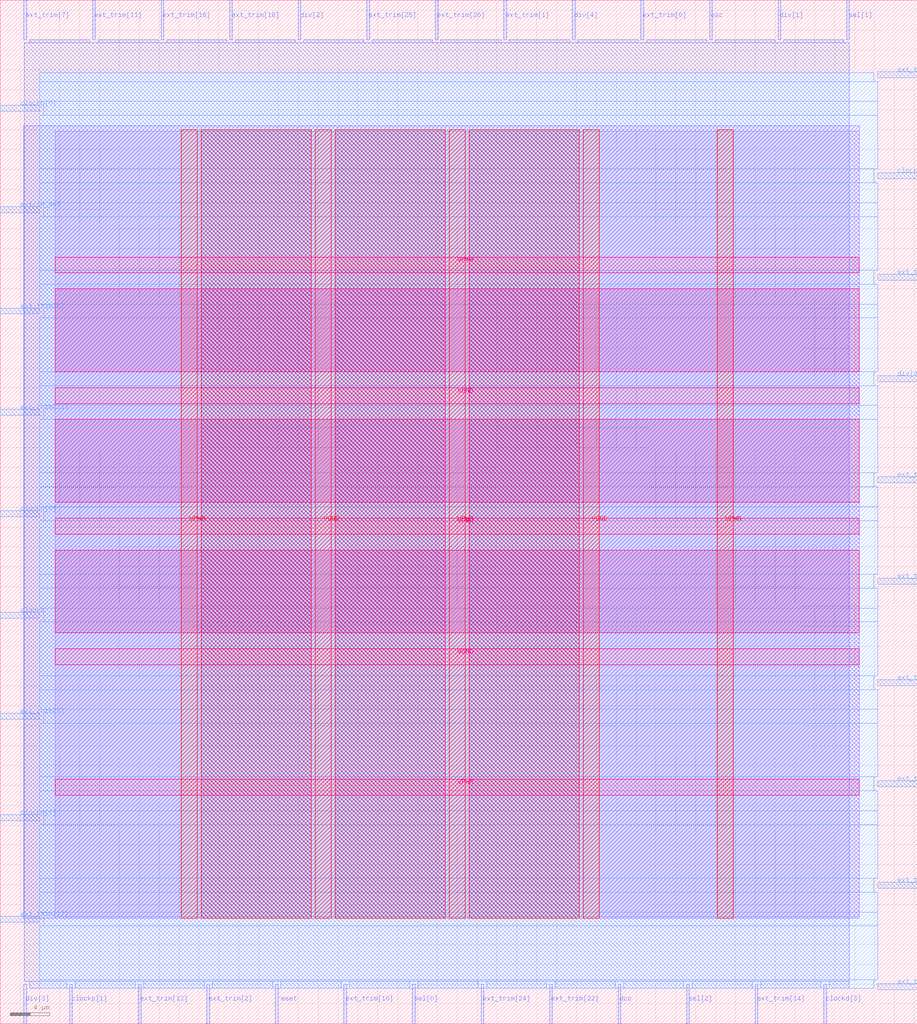
<source format=lef>
VERSION 5.7 ;
  NOWIREEXTENSIONATPIN ON ;
  DIVIDERCHAR "/" ;
  BUSBITCHARS "[]" ;
MACRO digital_pll
  CLASS BLOCK ;
  FOREIGN digital_pll ;
  ORIGIN 0.000 0.000 ;
  SIZE 92.300 BY 103.020 ;
  PIN clockc
    DIRECTION OUTPUT TRISTATE ;
    USE SIGNAL ;
    PORT
      LAYER met3 ;
        RECT 0.000 40.840 4.000 41.440 ;
    END
  END clockc
  PIN clockd[0]
    DIRECTION OUTPUT TRISTATE ;
    USE SIGNAL ;
    PORT
      LAYER met3 ;
        RECT 0.000 51.040 4.000 51.640 ;
    END
  END clockd[0]
  PIN clockd[1]
    DIRECTION OUTPUT TRISTATE ;
    USE SIGNAL ;
    PORT
      LAYER met3 ;
        RECT 0.000 20.440 4.000 21.040 ;
    END
  END clockd[1]
  PIN clockd[2]
    DIRECTION OUTPUT TRISTATE ;
    USE SIGNAL ;
    PORT
      LAYER met3 ;
        RECT 88.300 85.040 92.300 85.640 ;
    END
  END clockd[2]
  PIN clockd[3]
    DIRECTION OUTPUT TRISTATE ;
    USE SIGNAL ;
    PORT
      LAYER met2 ;
        RECT 82.890 0.000 83.170 4.000 ;
    END
  END clockd[3]
  PIN clockp[0]
    DIRECTION OUTPUT TRISTATE ;
    USE SIGNAL ;
    PORT
      LAYER met3 ;
        RECT 0.000 91.840 4.000 92.440 ;
    END
  END clockp[0]
  PIN clockp[1]
    DIRECTION OUTPUT TRISTATE ;
    USE SIGNAL ;
    PORT
      LAYER met2 ;
        RECT 6.990 0.000 7.270 4.000 ;
    END
  END clockp[1]
  PIN dco
    DIRECTION INPUT ;
    USE SIGNAL ;
    PORT
      LAYER met2 ;
        RECT 62.190 0.000 62.470 4.000 ;
    END
  END dco
  PIN div[0]
    DIRECTION INPUT ;
    USE SIGNAL ;
    PORT
      LAYER met3 ;
        RECT 88.300 64.640 92.300 65.240 ;
    END
  END div[0]
  PIN div[1]
    DIRECTION INPUT ;
    USE SIGNAL ;
    PORT
      LAYER met2 ;
        RECT 78.290 99.020 78.570 103.020 ;
    END
  END div[1]
  PIN div[2]
    DIRECTION INPUT ;
    USE SIGNAL ;
    PORT
      LAYER met2 ;
        RECT 29.990 99.020 30.270 103.020 ;
    END
  END div[2]
  PIN div[3]
    DIRECTION INPUT ;
    USE SIGNAL ;
    PORT
      LAYER met2 ;
        RECT 2.390 0.000 2.670 4.000 ;
    END
  END div[3]
  PIN div[4]
    DIRECTION INPUT ;
    USE SIGNAL ;
    PORT
      LAYER met2 ;
        RECT 57.590 99.020 57.870 103.020 ;
    END
  END div[4]
  PIN ext_trim[0]
    DIRECTION INPUT ;
    USE SIGNAL ;
    PORT
      LAYER met2 ;
        RECT 64.490 99.020 64.770 103.020 ;
    END
  END ext_trim[0]
  PIN ext_trim[10]
    DIRECTION INPUT ;
    USE SIGNAL ;
    PORT
      LAYER met2 ;
        RECT 34.590 0.000 34.870 4.000 ;
    END
  END ext_trim[10]
  PIN ext_trim[11]
    DIRECTION INPUT ;
    USE SIGNAL ;
    PORT
      LAYER met2 ;
        RECT 9.290 99.020 9.570 103.020 ;
    END
  END ext_trim[11]
  PIN ext_trim[12]
    DIRECTION INPUT ;
    USE SIGNAL ;
    PORT
      LAYER met3 ;
        RECT 88.300 23.840 92.300 24.440 ;
    END
  END ext_trim[12]
  PIN ext_trim[13]
    DIRECTION INPUT ;
    USE SIGNAL ;
    PORT
      LAYER met2 ;
        RECT 13.890 0.000 14.170 4.000 ;
    END
  END ext_trim[13]
  PIN ext_trim[14]
    DIRECTION INPUT ;
    USE SIGNAL ;
    PORT
      LAYER met2 ;
        RECT 75.990 0.000 76.270 4.000 ;
    END
  END ext_trim[14]
  PIN ext_trim[15]
    DIRECTION INPUT ;
    USE SIGNAL ;
    PORT
      LAYER met3 ;
        RECT 88.300 74.840 92.300 75.440 ;
    END
  END ext_trim[15]
  PIN ext_trim[16]
    DIRECTION INPUT ;
    USE SIGNAL ;
    PORT
      LAYER met2 ;
        RECT 16.190 99.020 16.470 103.020 ;
    END
  END ext_trim[16]
  PIN ext_trim[17]
    DIRECTION INPUT ;
    USE SIGNAL ;
    PORT
      LAYER met3 ;
        RECT 0.000 10.240 4.000 10.840 ;
    END
  END ext_trim[17]
  PIN ext_trim[18]
    DIRECTION INPUT ;
    USE SIGNAL ;
    PORT
      LAYER met2 ;
        RECT 23.090 99.020 23.370 103.020 ;
    END
  END ext_trim[18]
  PIN ext_trim[19]
    DIRECTION INPUT ;
    USE SIGNAL ;
    PORT
      LAYER met3 ;
        RECT 88.300 44.240 92.300 44.840 ;
    END
  END ext_trim[19]
  PIN ext_trim[1]
    DIRECTION INPUT ;
    USE SIGNAL ;
    PORT
      LAYER met2 ;
        RECT 50.690 99.020 50.970 103.020 ;
    END
  END ext_trim[1]
  PIN ext_trim[20]
    DIRECTION INPUT ;
    USE SIGNAL ;
    PORT
      LAYER met2 ;
        RECT 43.790 99.020 44.070 103.020 ;
    END
  END ext_trim[20]
  PIN ext_trim[21]
    DIRECTION INPUT ;
    USE SIGNAL ;
    PORT
      LAYER met3 ;
        RECT 0.000 61.240 4.000 61.840 ;
    END
  END ext_trim[21]
  PIN ext_trim[22]
    DIRECTION INPUT ;
    USE SIGNAL ;
    PORT
      LAYER met2 ;
        RECT 55.290 0.000 55.570 4.000 ;
    END
  END ext_trim[22]
  PIN ext_trim[23]
    DIRECTION INPUT ;
    USE SIGNAL ;
    PORT
      LAYER met3 ;
        RECT 88.300 95.240 92.300 95.840 ;
    END
  END ext_trim[23]
  PIN ext_trim[24]
    DIRECTION INPUT ;
    USE SIGNAL ;
    PORT
      LAYER met2 ;
        RECT 48.390 0.000 48.670 4.000 ;
    END
  END ext_trim[24]
  PIN ext_trim[25]
    DIRECTION INPUT ;
    USE SIGNAL ;
    PORT
      LAYER met2 ;
        RECT 36.890 99.020 37.170 103.020 ;
    END
  END ext_trim[25]
  PIN ext_trim[2]
    DIRECTION INPUT ;
    USE SIGNAL ;
    PORT
      LAYER met2 ;
        RECT 20.790 0.000 21.070 4.000 ;
    END
  END ext_trim[2]
  PIN ext_trim[3]
    DIRECTION INPUT ;
    USE SIGNAL ;
    PORT
      LAYER met3 ;
        RECT 88.300 34.040 92.300 34.640 ;
    END
  END ext_trim[3]
  PIN ext_trim[4]
    DIRECTION INPUT ;
    USE SIGNAL ;
    PORT
      LAYER met3 ;
        RECT 88.300 3.440 92.300 4.040 ;
    END
  END ext_trim[4]
  PIN ext_trim[5]
    DIRECTION INPUT ;
    USE SIGNAL ;
    PORT
      LAYER met3 ;
        RECT 88.300 54.440 92.300 55.040 ;
    END
  END ext_trim[5]
  PIN ext_trim[6]
    DIRECTION INPUT ;
    USE SIGNAL ;
    PORT
      LAYER met3 ;
        RECT 0.000 71.440 4.000 72.040 ;
    END
  END ext_trim[6]
  PIN ext_trim[7]
    DIRECTION INPUT ;
    USE SIGNAL ;
    PORT
      LAYER met2 ;
        RECT 2.390 99.020 2.670 103.020 ;
    END
  END ext_trim[7]
  PIN ext_trim[8]
    DIRECTION INPUT ;
    USE SIGNAL ;
    PORT
      LAYER met3 ;
        RECT 0.000 30.640 4.000 31.240 ;
    END
  END ext_trim[8]
  PIN ext_trim[9]
    DIRECTION INPUT ;
    USE SIGNAL ;
    PORT
      LAYER met3 ;
        RECT 88.300 13.640 92.300 14.240 ;
    END
  END ext_trim[9]
  PIN extclk_sel
    DIRECTION INPUT ;
    USE SIGNAL ;
    PORT
      LAYER met3 ;
        RECT 0.000 81.640 4.000 82.240 ;
    END
  END extclk_sel
  PIN osc
    DIRECTION INPUT ;
    USE SIGNAL ;
    PORT
      LAYER met2 ;
        RECT 71.390 99.020 71.670 103.020 ;
    END
  END osc
  PIN reset
    DIRECTION INPUT ;
    USE SIGNAL ;
    PORT
      LAYER met2 ;
        RECT 27.690 0.000 27.970 4.000 ;
    END
  END reset
  PIN sel[0]
    DIRECTION INPUT ;
    USE SIGNAL ;
    PORT
      LAYER met2 ;
        RECT 41.490 0.000 41.770 4.000 ;
    END
  END sel[0]
  PIN sel[1]
    DIRECTION INPUT ;
    USE SIGNAL ;
    PORT
      LAYER met2 ;
        RECT 85.190 99.020 85.470 103.020 ;
    END
  END sel[1]
  PIN sel[2]
    DIRECTION INPUT ;
    USE SIGNAL ;
    PORT
      LAYER met2 ;
        RECT 69.090 0.000 69.370 4.000 ;
    END
  END sel[2]
  PIN VPWR
    DIRECTION INOUT ;
    USE POWER ;
    PORT
      LAYER met4 ;
        RECT 72.185 10.640 73.785 90.000 ;
    END
  END VPWR
  PIN VPWR
    DIRECTION INOUT ;
    USE POWER ;
    PORT
      LAYER met4 ;
        RECT 45.200 10.640 46.800 90.000 ;
    END
  END VPWR
  PIN VPWR
    DIRECTION INOUT ;
    USE POWER ;
    PORT
      LAYER met4 ;
        RECT 18.215 10.640 19.815 90.000 ;
    END
  END VPWR
  PIN VPWR
    DIRECTION INOUT ;
    USE POWER ;
    PORT
      LAYER met5 ;
        RECT 5.520 75.575 86.480 77.175 ;
    END
  END VPWR
  PIN VPWR
    DIRECTION INOUT ;
    USE POWER ;
    PORT
      LAYER met5 ;
        RECT 5.520 49.280 86.480 50.880 ;
    END
  END VPWR
  PIN VPWR
    DIRECTION INOUT ;
    USE POWER ;
    PORT
      LAYER met5 ;
        RECT 5.520 22.985 86.480 24.585 ;
    END
  END VPWR
  PIN VGND
    DIRECTION INOUT ;
    USE GROUND ;
    PORT
      LAYER met4 ;
        RECT 58.695 10.640 60.295 90.000 ;
    END
  END VGND
  PIN VGND
    DIRECTION INOUT ;
    USE GROUND ;
    PORT
      LAYER met4 ;
        RECT 31.705 10.640 33.305 90.000 ;
    END
  END VGND
  PIN VGND
    DIRECTION INOUT ;
    USE GROUND ;
    PORT
      LAYER met5 ;
        RECT 5.520 62.425 86.480 64.025 ;
    END
  END VGND
  PIN VGND
    DIRECTION INOUT ;
    USE GROUND ;
    PORT
      LAYER met5 ;
        RECT 5.520 36.135 86.480 37.735 ;
    END
  END VGND
  OBS
      LAYER li1 ;
        RECT 5.520 10.795 86.480 89.845 ;
      LAYER met1 ;
        RECT 2.370 10.640 86.480 90.400 ;
      LAYER met2 ;
        RECT 2.950 98.740 9.010 99.020 ;
        RECT 9.850 98.740 15.910 99.020 ;
        RECT 16.750 98.740 22.810 99.020 ;
        RECT 23.650 98.740 29.710 99.020 ;
        RECT 30.550 98.740 36.610 99.020 ;
        RECT 37.450 98.740 43.510 99.020 ;
        RECT 44.350 98.740 50.410 99.020 ;
        RECT 51.250 98.740 57.310 99.020 ;
        RECT 58.150 98.740 64.210 99.020 ;
        RECT 65.050 98.740 71.110 99.020 ;
        RECT 71.950 98.740 78.010 99.020 ;
        RECT 78.850 98.740 84.910 99.020 ;
        RECT 2.400 4.280 85.470 98.740 ;
        RECT 2.950 3.555 6.710 4.280 ;
        RECT 7.550 3.555 13.610 4.280 ;
        RECT 14.450 3.555 20.510 4.280 ;
        RECT 21.350 3.555 27.410 4.280 ;
        RECT 28.250 3.555 34.310 4.280 ;
        RECT 35.150 3.555 41.210 4.280 ;
        RECT 42.050 3.555 48.110 4.280 ;
        RECT 48.950 3.555 55.010 4.280 ;
        RECT 55.850 3.555 61.910 4.280 ;
        RECT 62.750 3.555 68.810 4.280 ;
        RECT 69.650 3.555 75.710 4.280 ;
        RECT 76.550 3.555 82.610 4.280 ;
        RECT 83.450 3.555 85.470 4.280 ;
      LAYER met3 ;
        RECT 4.000 94.840 87.900 95.705 ;
        RECT 4.000 92.840 88.300 94.840 ;
        RECT 4.400 91.440 88.300 92.840 ;
        RECT 4.000 86.040 88.300 91.440 ;
        RECT 4.000 84.640 87.900 86.040 ;
        RECT 4.000 82.640 88.300 84.640 ;
        RECT 4.400 81.240 88.300 82.640 ;
        RECT 4.000 75.840 88.300 81.240 ;
        RECT 4.000 74.440 87.900 75.840 ;
        RECT 4.000 72.440 88.300 74.440 ;
        RECT 4.400 71.040 88.300 72.440 ;
        RECT 4.000 65.640 88.300 71.040 ;
        RECT 4.000 64.240 87.900 65.640 ;
        RECT 4.000 62.240 88.300 64.240 ;
        RECT 4.400 60.840 88.300 62.240 ;
        RECT 4.000 55.440 88.300 60.840 ;
        RECT 4.000 54.040 87.900 55.440 ;
        RECT 4.000 52.040 88.300 54.040 ;
        RECT 4.400 50.640 88.300 52.040 ;
        RECT 4.000 45.240 88.300 50.640 ;
        RECT 4.000 43.840 87.900 45.240 ;
        RECT 4.000 41.840 88.300 43.840 ;
        RECT 4.400 40.440 88.300 41.840 ;
        RECT 4.000 35.040 88.300 40.440 ;
        RECT 4.000 33.640 87.900 35.040 ;
        RECT 4.000 31.640 88.300 33.640 ;
        RECT 4.400 30.240 88.300 31.640 ;
        RECT 4.000 24.840 88.300 30.240 ;
        RECT 4.000 23.440 87.900 24.840 ;
        RECT 4.000 21.440 88.300 23.440 ;
        RECT 4.400 20.040 88.300 21.440 ;
        RECT 4.000 14.640 88.300 20.040 ;
        RECT 4.000 13.240 87.900 14.640 ;
        RECT 4.000 11.240 88.300 13.240 ;
        RECT 4.400 9.840 88.300 11.240 ;
        RECT 4.000 4.440 88.300 9.840 ;
        RECT 4.000 3.575 87.900 4.440 ;
      LAYER met4 ;
        RECT 20.215 10.640 31.305 90.000 ;
        RECT 33.705 10.640 44.800 90.000 ;
        RECT 47.200 10.640 58.295 90.000 ;
      LAYER met5 ;
        RECT 5.520 65.625 86.480 73.975 ;
        RECT 5.520 52.480 86.480 60.825 ;
        RECT 5.520 39.335 86.480 47.680 ;
  END
END digital_pll
END LIBRARY


</source>
